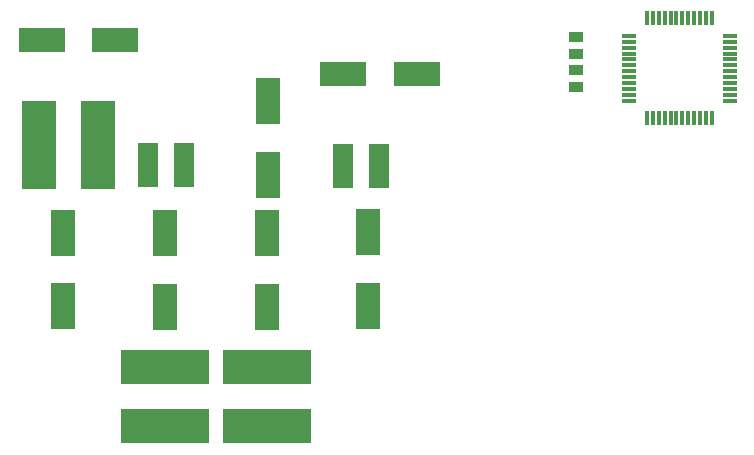
<source format=gbr>
%TF.GenerationSoftware,Altium Limited,Altium Designer,24.7.2 (38)*%
G04 Layer_Color=8421504*
%FSLAX45Y45*%
%MOMM*%
%TF.SameCoordinates,313A2AA4-CFAA-4B56-AAC7-ADE98D6BBF51*%
%TF.FilePolarity,Positive*%
%TF.FileFunction,Paste,Top*%
%TF.Part,Single*%
G01*
G75*
%TA.AperFunction,SMDPad,CuDef*%
%ADD15R,4.00000X2.00000*%
%ADD16R,1.19380X0.30480*%
%ADD17R,0.30480X1.19380*%
%ADD18R,1.26213X0.95776*%
%ADD19R,2.00000X4.00000*%
%ADD20R,1.70000X3.80000*%
%ADD21R,3.00000X7.50000*%
%ADD22R,7.50000X3.00000*%
D15*
X272700Y4005000D02*
D03*
X895000D02*
D03*
X3447300Y3712500D02*
D03*
X2825000D02*
D03*
D16*
X5247500Y4037500D02*
D03*
Y3987500D02*
D03*
Y3937500D02*
D03*
Y3887500D02*
D03*
Y3837500D02*
D03*
Y3787500D02*
D03*
Y3737500D02*
D03*
Y3687500D02*
D03*
Y3637500D02*
D03*
Y3587500D02*
D03*
Y3537500D02*
D03*
Y3487500D02*
D03*
X6097500D02*
D03*
Y3537500D02*
D03*
Y3587500D02*
D03*
Y3637500D02*
D03*
Y3687500D02*
D03*
Y3737500D02*
D03*
Y3787500D02*
D03*
Y3837500D02*
D03*
Y3887500D02*
D03*
Y3937500D02*
D03*
Y3987500D02*
D03*
Y4037500D02*
D03*
D17*
X5397500Y3337500D02*
D03*
X5447500D02*
D03*
X5497500D02*
D03*
X5547500D02*
D03*
X5597500D02*
D03*
X5647500D02*
D03*
X5697500D02*
D03*
X5747500D02*
D03*
X5797500D02*
D03*
X5847500D02*
D03*
X5897500D02*
D03*
X5947500D02*
D03*
Y4187500D02*
D03*
X5897500D02*
D03*
X5847500D02*
D03*
X5797500D02*
D03*
X5747500D02*
D03*
X5697500D02*
D03*
X5647500D02*
D03*
X5597500D02*
D03*
X5547500D02*
D03*
X5497500D02*
D03*
X5447500D02*
D03*
X5397500D02*
D03*
D18*
X4797500Y3745218D02*
D03*
Y3599781D02*
D03*
Y4025219D02*
D03*
Y3879782D02*
D03*
D19*
X1320000Y2364800D02*
D03*
Y1742500D02*
D03*
X2182500Y2364800D02*
D03*
Y1742500D02*
D03*
X3040000Y1750000D02*
D03*
Y2372300D02*
D03*
X2192500Y3482500D02*
D03*
Y2860200D02*
D03*
X457500Y1747500D02*
D03*
Y2369800D02*
D03*
D20*
X2825100Y2937500D02*
D03*
X3129900D02*
D03*
X1474900Y2940000D02*
D03*
X1170100D02*
D03*
D21*
X250000Y3110000D02*
D03*
X750000D02*
D03*
D22*
X1320000Y732500D02*
D03*
Y1232500D02*
D03*
X2185000Y730000D02*
D03*
Y1230000D02*
D03*
%TF.MD5,8d517dd9d334ae4c504cabfdd1e85b42*%
M02*

</source>
